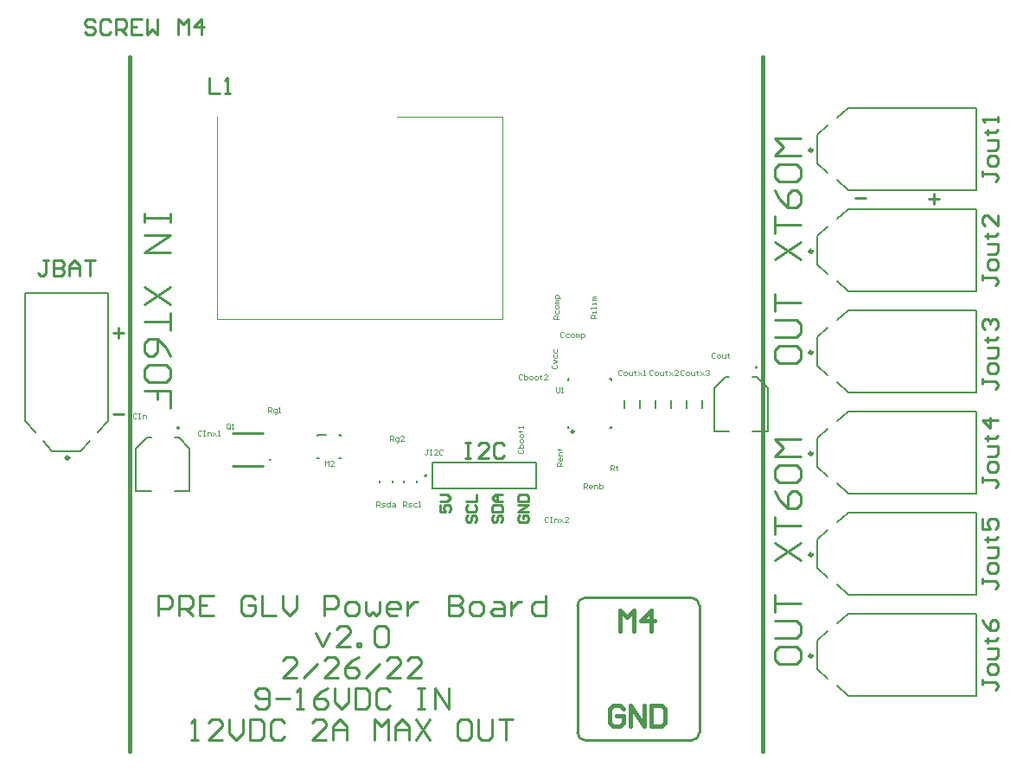
<source format=gto>
G04*
G04 #@! TF.GenerationSoftware,Altium Limited,Altium Designer,22.0.2 (36)*
G04*
G04 Layer_Color=65535*
%FSLAX25Y25*%
%MOIN*%
G70*
G04*
G04 #@! TF.SameCoordinates,2399AC83-C245-47A7-85CA-B2C80BF99C82*
G04*
G04*
G04 #@! TF.FilePolarity,Positive*
G04*
G01*
G75*
%ADD10C,0.01000*%
%ADD11C,0.01181*%
%ADD12C,0.00787*%
%ADD13C,0.00984*%
%ADD14C,0.00500*%
%ADD15C,0.01500*%
%ADD16C,0.00394*%
%ADD17C,0.00591*%
%ADD18C,0.00200*%
D10*
X286000Y110000D02*
G03*
X283000Y113000I-3000J0D01*
G01*
Y58000D02*
G03*
X286000Y61000I0J3000D01*
G01*
X242000Y113000D02*
G03*
X239000Y110000I0J-3000D01*
G01*
Y61000D02*
G03*
X242000Y58000I3000J0D01*
G01*
X120482Y166201D02*
G03*
X120482Y166201I-127J0D01*
G01*
X242000Y58000D02*
X283000D01*
X242000Y113000D02*
X283000D01*
X286000Y61000D02*
Y110000D01*
X239000Y61000D02*
Y110000D01*
X106063Y163961D02*
X117874D01*
X106063Y176362D02*
X117874D01*
X77358Y105988D02*
Y113985D01*
X81356D01*
X82689Y112652D01*
Y109986D01*
X81356Y108653D01*
X77358D01*
X85355Y105988D02*
Y113985D01*
X89354D01*
X90687Y112652D01*
Y109986D01*
X89354Y108653D01*
X85355D01*
X88021D02*
X90687Y105988D01*
X98684Y113985D02*
X93352D01*
Y105988D01*
X98684D01*
X93352Y109986D02*
X96018D01*
X114679Y112652D02*
X113346Y113985D01*
X110680D01*
X109347Y112652D01*
Y107320D01*
X110680Y105988D01*
X113346D01*
X114679Y107320D01*
Y109986D01*
X112013D01*
X117345Y113985D02*
Y105988D01*
X122676D01*
X125342Y113985D02*
Y108653D01*
X128008Y105988D01*
X130674Y108653D01*
Y113985D01*
X141337Y105988D02*
Y113985D01*
X145335D01*
X146668Y112652D01*
Y109986D01*
X145335Y108653D01*
X141337D01*
X150667Y105988D02*
X153333D01*
X154666Y107320D01*
Y109986D01*
X153333Y111319D01*
X150667D01*
X149334Y109986D01*
Y107320D01*
X150667Y105988D01*
X157332Y111319D02*
Y107320D01*
X158665Y105988D01*
X159997Y107320D01*
X161330Y105988D01*
X162663Y107320D01*
Y111319D01*
X169328Y105988D02*
X166662D01*
X165329Y107320D01*
Y109986D01*
X166662Y111319D01*
X169328D01*
X170661Y109986D01*
Y108653D01*
X165329D01*
X173326Y111319D02*
Y105988D01*
Y108653D01*
X174659Y109986D01*
X175992Y111319D01*
X177325D01*
X189321Y113985D02*
Y105988D01*
X193320D01*
X194653Y107320D01*
Y108653D01*
X193320Y109986D01*
X189321D01*
X193320D01*
X194653Y111319D01*
Y112652D01*
X193320Y113985D01*
X189321D01*
X198652Y105988D02*
X201317D01*
X202650Y107320D01*
Y109986D01*
X201317Y111319D01*
X198652D01*
X197319Y109986D01*
Y107320D01*
X198652Y105988D01*
X206649Y111319D02*
X209315D01*
X210648Y109986D01*
Y105988D01*
X206649D01*
X205316Y107320D01*
X206649Y108653D01*
X210648D01*
X213314Y111319D02*
Y105988D01*
Y108653D01*
X214646Y109986D01*
X215979Y111319D01*
X217312D01*
X226642Y113985D02*
Y105988D01*
X222644D01*
X221311Y107320D01*
Y109986D01*
X222644Y111319D01*
X226642D01*
X138005Y99322D02*
X140670Y93991D01*
X143336Y99322D01*
X151333Y93991D02*
X146002D01*
X151333Y99322D01*
Y100655D01*
X150001Y101988D01*
X147335D01*
X146002Y100655D01*
X153999Y93991D02*
Y95324D01*
X155332D01*
Y93991D01*
X153999D01*
X160664Y100655D02*
X161997Y101988D01*
X164663D01*
X165996Y100655D01*
Y95324D01*
X164663Y93991D01*
X161997D01*
X160664Y95324D01*
Y100655D01*
X130674Y81994D02*
X125342D01*
X130674Y87325D01*
Y88658D01*
X129341Y89991D01*
X126675D01*
X125342Y88658D01*
X133339Y81994D02*
X138671Y87325D01*
X146668Y81994D02*
X141337D01*
X146668Y87325D01*
Y88658D01*
X145335Y89991D01*
X142670D01*
X141337Y88658D01*
X154666Y89991D02*
X152000Y88658D01*
X149334Y85992D01*
Y83327D01*
X150667Y81994D01*
X153333D01*
X154666Y83327D01*
Y84660D01*
X153333Y85992D01*
X149334D01*
X157332Y81994D02*
X162663Y87325D01*
X170661Y81994D02*
X165329D01*
X170661Y87325D01*
Y88658D01*
X169328Y89991D01*
X166662D01*
X165329Y88658D01*
X178658Y81994D02*
X173326D01*
X178658Y87325D01*
Y88658D01*
X177325Y89991D01*
X174659D01*
X173326Y88658D01*
X114679Y71330D02*
X116012Y69997D01*
X118677D01*
X120010Y71330D01*
Y76661D01*
X118677Y77994D01*
X116012D01*
X114679Y76661D01*
Y75328D01*
X116012Y73996D01*
X120010D01*
X122676D02*
X128008D01*
X130674Y69997D02*
X133339D01*
X132007D01*
Y77994D01*
X130674Y76661D01*
X142670Y77994D02*
X140004Y76661D01*
X137338Y73996D01*
Y71330D01*
X138671Y69997D01*
X141337D01*
X142670Y71330D01*
Y72663D01*
X141337Y73996D01*
X137338D01*
X145335Y77994D02*
Y72663D01*
X148001Y69997D01*
X150667Y72663D01*
Y77994D01*
X153333D02*
Y69997D01*
X157332D01*
X158665Y71330D01*
Y76661D01*
X157332Y77994D01*
X153333D01*
X166662Y76661D02*
X165329Y77994D01*
X162663D01*
X161330Y76661D01*
Y71330D01*
X162663Y69997D01*
X165329D01*
X166662Y71330D01*
X177325Y77994D02*
X179991D01*
X178658D01*
Y69997D01*
X177325D01*
X179991D01*
X183990D02*
Y77994D01*
X189321Y69997D01*
Y77994D01*
X90020Y58000D02*
X92686D01*
X91353D01*
Y65997D01*
X90020Y64665D01*
X102016Y58000D02*
X96685D01*
X102016Y63332D01*
Y64665D01*
X100683Y65997D01*
X98018D01*
X96685Y64665D01*
X104682Y65997D02*
Y60666D01*
X107348Y58000D01*
X110014Y60666D01*
Y65997D01*
X112679D02*
Y58000D01*
X116678D01*
X118011Y59333D01*
Y64665D01*
X116678Y65997D01*
X112679D01*
X126008Y64665D02*
X124676Y65997D01*
X122010D01*
X120677Y64665D01*
Y59333D01*
X122010Y58000D01*
X124676D01*
X126008Y59333D01*
X142003Y58000D02*
X136672D01*
X142003Y63332D01*
Y64665D01*
X140670Y65997D01*
X138005D01*
X136672Y64665D01*
X144669Y58000D02*
Y63332D01*
X147335Y65997D01*
X150001Y63332D01*
Y58000D01*
Y61999D01*
X144669D01*
X160664Y58000D02*
Y65997D01*
X163330Y63332D01*
X165996Y65997D01*
Y58000D01*
X168661D02*
Y63332D01*
X171327Y65997D01*
X173993Y63332D01*
Y58000D01*
Y61999D01*
X168661D01*
X176659Y65997D02*
X181990Y58000D01*
Y65997D02*
X176659Y58000D01*
X196652Y65997D02*
X193986D01*
X192654Y64665D01*
Y59333D01*
X193986Y58000D01*
X196652D01*
X197985Y59333D01*
Y64665D01*
X196652Y65997D01*
X200651D02*
Y59333D01*
X201984Y58000D01*
X204650D01*
X205982Y59333D01*
Y65997D01*
X208648D02*
X213980D01*
X211314D01*
Y58000D01*
X374467Y266929D02*
X378466D01*
X376467Y268928D02*
Y264929D01*
X346000Y267000D02*
X349999D01*
X186001Y148666D02*
Y146000D01*
X188001D01*
X187334Y147333D01*
Y147999D01*
X188001Y148666D01*
X189333D01*
X190000Y147999D01*
Y146667D01*
X189333Y146000D01*
X186001Y149999D02*
X188667D01*
X190000Y151332D01*
X188667Y152664D01*
X186001D01*
X195874Y172982D02*
X197873D01*
X196874D01*
Y166984D01*
X195874D01*
X197873D01*
X204871D02*
X200872D01*
X204871Y170983D01*
Y171983D01*
X203871Y172982D01*
X201872D01*
X200872Y171983D01*
X210869D02*
X209869Y172982D01*
X207870D01*
X206870Y171983D01*
Y167984D01*
X207870Y166984D01*
X209869D01*
X210869Y167984D01*
X315074Y92487D02*
Y89154D01*
X316740Y87488D01*
X323405D01*
X325071Y89154D01*
Y92487D01*
X323405Y94153D01*
X316740D01*
X315074Y92487D01*
Y97485D02*
X323405D01*
X325071Y99151D01*
Y102483D01*
X323405Y104149D01*
X315074D01*
Y107482D02*
Y114146D01*
Y110814D01*
X325071D01*
X315074Y127475D02*
X325071Y134140D01*
X315074D02*
X325071Y127475D01*
X315074Y137472D02*
Y144137D01*
Y140804D01*
X325071D01*
X315074Y154133D02*
X316740Y150801D01*
X320072Y147469D01*
X323405D01*
X325071Y149135D01*
Y152467D01*
X323405Y154133D01*
X321739D01*
X320072Y152467D01*
Y147469D01*
X316740Y157466D02*
X315074Y159132D01*
Y162464D01*
X316740Y164130D01*
X323405D01*
X325071Y162464D01*
Y159132D01*
X323405Y157466D01*
X316740D01*
X325071Y167462D02*
X315074D01*
X318406Y170795D01*
X315074Y174127D01*
X325071D01*
X315003Y208487D02*
Y205154D01*
X316669Y203488D01*
X323334D01*
X325000Y205154D01*
Y208487D01*
X323334Y210153D01*
X316669D01*
X315003Y208487D01*
Y213485D02*
X323334D01*
X325000Y215151D01*
Y218483D01*
X323334Y220149D01*
X315003D01*
Y223482D02*
Y230146D01*
Y226814D01*
X325000D01*
X315003Y243475D02*
X325000Y250140D01*
X315003D02*
X325000Y243475D01*
X315003Y253472D02*
Y260137D01*
Y256804D01*
X325000D01*
X315003Y270133D02*
X316669Y266801D01*
X320002Y263469D01*
X323334D01*
X325000Y265135D01*
Y268467D01*
X323334Y270133D01*
X321668D01*
X320002Y268467D01*
Y263469D01*
X316669Y273466D02*
X315003Y275132D01*
Y278464D01*
X316669Y280130D01*
X323334D01*
X325000Y278464D01*
Y275132D01*
X323334Y273466D01*
X316669D01*
X325000Y283462D02*
X315003D01*
X318336Y286795D01*
X315003Y290127D01*
X325000D01*
X52999Y334998D02*
X51999Y335998D01*
X50000D01*
X49000Y334998D01*
Y333999D01*
X50000Y332999D01*
X51999D01*
X52999Y331999D01*
Y331000D01*
X51999Y330000D01*
X50000D01*
X49000Y331000D01*
X58997Y334998D02*
X57997Y335998D01*
X55998D01*
X54998Y334998D01*
Y331000D01*
X55998Y330000D01*
X57997D01*
X58997Y331000D01*
X60996Y330000D02*
Y335998D01*
X63995D01*
X64995Y334998D01*
Y332999D01*
X63995Y331999D01*
X60996D01*
X62995D02*
X64995Y330000D01*
X70993Y335998D02*
X66994D01*
Y330000D01*
X70993D01*
X66994Y332999D02*
X68994D01*
X72992Y335998D02*
Y330000D01*
X74992Y331999D01*
X76991Y330000D01*
Y335998D01*
X84988Y330000D02*
Y335998D01*
X86988Y333999D01*
X88987Y335998D01*
Y330000D01*
X93985D02*
Y335998D01*
X90986Y332999D01*
X94985D01*
X60000Y215013D02*
X63999D01*
X61999Y217012D02*
Y213014D01*
X60000Y183667D02*
X63999D01*
X81997Y261000D02*
Y257668D01*
Y259334D01*
X72000D01*
Y261000D01*
Y257668D01*
Y252669D02*
X81997D01*
X72000Y246005D01*
X81997D01*
Y232676D02*
X72000Y226011D01*
X81997D02*
X72000Y232676D01*
X81997Y222679D02*
Y216015D01*
Y219347D01*
X72000D01*
X81997Y206018D02*
X80331Y209350D01*
X76998Y212682D01*
X73666D01*
X72000Y211016D01*
Y207684D01*
X73666Y206018D01*
X75332D01*
X76998Y207684D01*
Y212682D01*
X80331Y202685D02*
X81997Y201019D01*
Y197687D01*
X80331Y196021D01*
X73666D01*
X72000Y197687D01*
Y201019D01*
X73666Y202685D01*
X80331D01*
X81997Y186024D02*
Y192689D01*
X76998D01*
Y189357D01*
Y192689D01*
X72000D01*
X216697Y144666D02*
X216030Y143999D01*
Y142666D01*
X216697Y142000D01*
X219363D01*
X220029Y142666D01*
Y143999D01*
X219363Y144666D01*
X218030D01*
Y143333D01*
X220029Y145999D02*
X216030D01*
X220029Y148664D01*
X216030D01*
Y149997D02*
X220029D01*
Y151997D01*
X219363Y152663D01*
X216697D01*
X216030Y151997D01*
Y149997D01*
X196775Y144666D02*
X196108Y143999D01*
Y142666D01*
X196775Y142000D01*
X197441D01*
X198108Y142666D01*
Y143999D01*
X198774Y144666D01*
X199441D01*
X200107Y143999D01*
Y142666D01*
X199441Y142000D01*
X196775Y148664D02*
X196108Y147998D01*
Y146665D01*
X196775Y145999D01*
X199441D01*
X200107Y146665D01*
Y147998D01*
X199441Y148664D01*
X196108Y149997D02*
X200107D01*
Y152663D01*
X206717Y144666D02*
X206051Y143999D01*
Y142666D01*
X206717Y142000D01*
X207384D01*
X208050Y142666D01*
Y143999D01*
X208717Y144666D01*
X209383D01*
X210050Y143999D01*
Y142666D01*
X209383Y142000D01*
X206051Y145999D02*
X210050D01*
Y147998D01*
X209383Y148664D01*
X206717D01*
X206051Y147998D01*
Y145999D01*
X210050Y149997D02*
X207384D01*
X206051Y151330D01*
X207384Y152663D01*
X210050D01*
X208050D01*
Y149997D01*
X395072Y81503D02*
Y79504D01*
Y80503D01*
X400070D01*
X401070Y79504D01*
Y78504D01*
X400070Y77504D01*
X401070Y84502D02*
Y86501D01*
X400070Y87501D01*
X398071D01*
X397071Y86501D01*
Y84502D01*
X398071Y83502D01*
X400070D01*
X401070Y84502D01*
X397071Y89500D02*
X400070D01*
X401070Y90500D01*
Y93499D01*
X397071D01*
X396072Y96498D02*
X397071D01*
Y95499D01*
Y97498D01*
Y96498D01*
X400070D01*
X401070Y97498D01*
X395072Y104496D02*
X396072Y102496D01*
X398071Y100497D01*
X400070D01*
X401070Y101497D01*
Y103496D01*
X400070Y104496D01*
X399071D01*
X398071Y103496D01*
Y100497D01*
X395072Y120503D02*
Y118504D01*
Y119503D01*
X400070D01*
X401070Y118504D01*
Y117504D01*
X400070Y116504D01*
X401070Y123502D02*
Y125501D01*
X400070Y126501D01*
X398071D01*
X397071Y125501D01*
Y123502D01*
X398071Y122502D01*
X400070D01*
X401070Y123502D01*
X397071Y128500D02*
X400070D01*
X401070Y129500D01*
Y132499D01*
X397071D01*
X396072Y135498D02*
X397071D01*
Y134499D01*
Y136498D01*
Y135498D01*
X400070D01*
X401070Y136498D01*
X395072Y143496D02*
Y139497D01*
X398071D01*
X397071Y141496D01*
Y142496D01*
X398071Y143496D01*
X400070D01*
X401070Y142496D01*
Y140497D01*
X400070Y139497D01*
X395072Y159503D02*
Y157504D01*
Y158503D01*
X400070D01*
X401070Y157504D01*
Y156504D01*
X400070Y155504D01*
X401070Y162502D02*
Y164501D01*
X400070Y165501D01*
X398071D01*
X397071Y164501D01*
Y162502D01*
X398071Y161502D01*
X400070D01*
X401070Y162502D01*
X397071Y167500D02*
X400070D01*
X401070Y168500D01*
Y171499D01*
X397071D01*
X396072Y174498D02*
X397071D01*
Y173498D01*
Y175498D01*
Y174498D01*
X400070D01*
X401070Y175498D01*
Y181496D02*
X395072D01*
X398071Y178497D01*
Y182496D01*
X395072Y197503D02*
Y195504D01*
Y196503D01*
X400070D01*
X401070Y195504D01*
Y194504D01*
X400070Y193504D01*
X401070Y200502D02*
Y202502D01*
X400070Y203501D01*
X398071D01*
X397071Y202502D01*
Y200502D01*
X398071Y199502D01*
X400070D01*
X401070Y200502D01*
X397071Y205501D02*
X400070D01*
X401070Y206500D01*
Y209499D01*
X397071D01*
X396072Y212498D02*
X397071D01*
Y211498D01*
Y213498D01*
Y212498D01*
X400070D01*
X401070Y213498D01*
X396072Y216497D02*
X395072Y217497D01*
Y219496D01*
X396072Y220496D01*
X397071D01*
X398071Y219496D01*
Y218496D01*
Y219496D01*
X399071Y220496D01*
X400070D01*
X401070Y219496D01*
Y217497D01*
X400070Y216497D01*
X395072Y237503D02*
Y235504D01*
Y236503D01*
X400070D01*
X401070Y235504D01*
Y234504D01*
X400070Y233504D01*
X401070Y240502D02*
Y242501D01*
X400070Y243501D01*
X398071D01*
X397071Y242501D01*
Y240502D01*
X398071Y239502D01*
X400070D01*
X401070Y240502D01*
X397071Y245500D02*
X400070D01*
X401070Y246500D01*
Y249499D01*
X397071D01*
X396072Y252498D02*
X397071D01*
Y251499D01*
Y253498D01*
Y252498D01*
X400070D01*
X401070Y253498D01*
Y260496D02*
Y256497D01*
X397071Y260496D01*
X396072D01*
X395072Y259496D01*
Y257497D01*
X396072Y256497D01*
X395072Y277503D02*
Y275503D01*
Y276503D01*
X400070D01*
X401070Y275503D01*
Y274504D01*
X400070Y273504D01*
X401070Y280502D02*
Y282501D01*
X400070Y283501D01*
X398071D01*
X397071Y282501D01*
Y280502D01*
X398071Y279502D01*
X400070D01*
X401070Y280502D01*
X397071Y285500D02*
X400070D01*
X401070Y286500D01*
Y289499D01*
X397071D01*
X396072Y292498D02*
X397071D01*
Y291498D01*
Y293498D01*
Y292498D01*
X400070D01*
X401070Y293498D01*
Y296497D02*
Y298496D01*
Y297496D01*
X395072D01*
X396072Y296497D01*
X35002Y242999D02*
X33003D01*
X34003D01*
Y238001D01*
X33003Y237001D01*
X32003D01*
X31004Y238001D01*
X37002Y242999D02*
Y237001D01*
X40001D01*
X41000Y238001D01*
Y239000D01*
X40001Y240000D01*
X37002D01*
X40001D01*
X41000Y241000D01*
Y241999D01*
X40001Y242999D01*
X37002D01*
X43000Y237001D02*
Y241000D01*
X44999Y242999D01*
X46998Y241000D01*
Y237001D01*
Y240000D01*
X43000D01*
X48998Y242999D02*
X52996D01*
X50997D01*
Y237001D01*
X97071Y313398D02*
Y307400D01*
X101069D01*
X103069D02*
X105068D01*
X104069D01*
Y313398D01*
X103069Y312398D01*
D11*
X329591Y168606D02*
G03*
X329591Y168606I-591J0D01*
G01*
X42984Y166929D02*
G03*
X42984Y166929I-591J0D01*
G01*
X329591Y207606D02*
G03*
X329591Y207606I-591J0D01*
G01*
Y285606D02*
G03*
X329591Y285606I-591J0D01*
G01*
Y246606D02*
G03*
X329591Y246606I-591J0D01*
G01*
Y129606D02*
G03*
X329591Y129606I-591J0D01*
G01*
Y90606D02*
G03*
X329591Y90606I-591J0D01*
G01*
D12*
X180905Y160000D02*
G03*
X180905Y160000I-394J0D01*
G01*
X85440Y178476D02*
G03*
X85440Y178476I-394J0D01*
G01*
X308312Y201724D02*
G03*
X308312Y201724I-394J0D01*
G01*
X183071Y155000D02*
X223071D01*
X183071Y165000D02*
X223071D01*
Y155000D02*
Y165000D01*
X183071Y155000D02*
Y165000D01*
X269007Y186158D02*
Y189283D01*
X275134Y186158D02*
Y189283D01*
X281007Y186185D02*
Y189311D01*
X287134Y186185D02*
Y189311D01*
X177034Y157559D02*
Y158131D01*
X172113Y157559D02*
Y158131D01*
X257007Y186185D02*
Y189311D01*
X263134Y186185D02*
Y189311D01*
X167733Y157559D02*
Y158131D01*
X162812Y157559D02*
Y158131D01*
X138705Y175575D02*
Y175969D01*
X142149D01*
X147169D02*
X147760D01*
Y175575D02*
Y175969D01*
X147169Y166913D02*
X147760D01*
Y167307D01*
X138705Y166913D02*
X139295D01*
X138705D02*
Y167307D01*
D13*
X237571Y177147D02*
G03*
X237571Y177147I-492J0D01*
G01*
D14*
X331559Y163488D02*
X335575Y159945D01*
X338921Y156992D02*
X343370Y153055D01*
X331559Y174512D02*
X335575Y178055D01*
X338921Y181008D02*
X343370Y184945D01*
X331559Y163488D02*
Y174512D01*
X343370Y153055D02*
X392583D01*
Y184945D01*
X343370D02*
X392583D01*
X47512Y169488D02*
X51055Y173504D01*
X54008Y176850D02*
X57945Y181299D01*
X32945Y173504D02*
X36488Y169488D01*
X26055Y181299D02*
X29992Y176850D01*
X36488Y169488D02*
X47512D01*
X57945Y181299D02*
Y230512D01*
X26055D02*
X57945D01*
X26055Y181299D02*
Y230512D01*
X331559Y202488D02*
X335575Y198945D01*
X338921Y195992D02*
X343370Y192055D01*
X331559Y213512D02*
X335575Y217055D01*
X338921Y220008D02*
X343370Y223945D01*
X331559Y202488D02*
Y213512D01*
X343370Y192055D02*
X392583D01*
Y223945D01*
X343370D02*
X392583D01*
X331559Y280488D02*
X335575Y276945D01*
X338921Y273992D02*
X343370Y270055D01*
X331559Y291512D02*
X335575Y295055D01*
X338921Y298008D02*
X343370Y301945D01*
X331559Y280488D02*
Y291512D01*
X343370Y270055D02*
X392583D01*
Y301945D01*
X343370D02*
X392583D01*
X331559Y241488D02*
X335575Y237945D01*
X338921Y234992D02*
X343370Y231055D01*
X331559Y252512D02*
X335575Y256055D01*
X338921Y259008D02*
X343370Y262945D01*
X331559Y241488D02*
Y252512D01*
X343370Y231055D02*
X392583D01*
Y262945D01*
X343370D02*
X392583D01*
X331559Y124488D02*
X335575Y120945D01*
X338921Y117992D02*
X343370Y114055D01*
X331559Y135512D02*
X335575Y139055D01*
X338921Y142008D02*
X343370Y145945D01*
X331559Y124488D02*
Y135512D01*
X343370Y114055D02*
X392583D01*
Y145945D01*
X343370D02*
X392583D01*
X331559Y85488D02*
X335575Y81945D01*
X338921Y78992D02*
X343370Y75055D01*
X331559Y96512D02*
X335575Y100055D01*
X338921Y103008D02*
X343370Y106945D01*
X331559Y85488D02*
Y96512D01*
X343370Y75055D02*
X392583D01*
Y106945D01*
X343370D02*
X392583D01*
X83668Y174933D02*
X85243D01*
X89574Y170602D01*
Y154067D02*
Y170602D01*
X83668Y154067D02*
X89574D01*
X73038Y174933D02*
X74613D01*
X68708Y170602D02*
X73038Y174933D01*
X68708Y154067D02*
Y170602D01*
Y154067D02*
X74613D01*
X306541Y198181D02*
X308116D01*
X312446Y193850D01*
Y177315D02*
Y193850D01*
X306541Y177315D02*
X312446D01*
X295911Y198181D02*
X297486D01*
X291580Y193850D02*
X295911Y198181D01*
X291580Y177315D02*
Y193850D01*
Y177315D02*
X297486D01*
D15*
X310262Y321378D02*
X310262Y53661D01*
X66375D02*
X66375Y321378D01*
X256668Y70165D02*
X255335Y71497D01*
X252670D01*
X251337Y70165D01*
Y64833D01*
X252670Y63500D01*
X255335D01*
X256668Y64833D01*
Y67499D01*
X254003D01*
X259334Y63500D02*
Y71497D01*
X264666Y63500D01*
Y71497D01*
X267332D02*
Y63500D01*
X271330D01*
X272663Y64833D01*
Y70165D01*
X271330Y71497D01*
X267332D01*
X255335Y100311D02*
Y108309D01*
X258001Y105643D01*
X260667Y108309D01*
Y100311D01*
X267332D02*
Y108309D01*
X263333Y104310D01*
X268665D01*
D16*
X100169Y220543D02*
X210012D01*
X210209Y298492D01*
X100169Y220543D02*
Y298492D01*
X169264D02*
X210209D01*
D17*
X251400Y178624D02*
X251990D01*
Y179214D01*
X235258Y178624D02*
X235848D01*
X235258D02*
Y179214D01*
X251400Y197325D02*
X251990D01*
Y196734D02*
Y197325D01*
X235258Y196734D02*
Y197325D01*
X235848D01*
D18*
X105071Y178334D02*
Y179666D01*
X104738Y180000D01*
X104071D01*
X103738Y179666D01*
Y178334D01*
X104071Y178000D01*
X104738D01*
X104404Y178667D02*
X105071Y178000D01*
X104738D02*
X105071Y178334D01*
X105737Y178000D02*
X106404D01*
X106070D01*
Y180000D01*
X105737Y179666D01*
X230738Y194000D02*
Y192334D01*
X231071Y192000D01*
X231738D01*
X232071Y192334D01*
Y194000D01*
X232737Y192000D02*
X233404D01*
X233070D01*
Y194000D01*
X232737Y193667D01*
X251738Y162000D02*
Y164000D01*
X252738D01*
X253071Y163666D01*
Y163000D01*
X252738Y162667D01*
X251738D01*
X252404D02*
X253071Y162000D01*
X254070Y163666D02*
Y163333D01*
X253737D01*
X254404D01*
X254070D01*
Y162334D01*
X254404Y162000D01*
X161405Y148000D02*
Y150000D01*
X162405D01*
X162738Y149667D01*
Y149000D01*
X162405Y148667D01*
X161405D01*
X162072D02*
X162738Y148000D01*
X163405D02*
X164404D01*
X164738Y148334D01*
X164404Y148667D01*
X163738D01*
X163405Y149000D01*
X163738Y149333D01*
X164738D01*
X166737Y150000D02*
Y148000D01*
X165737D01*
X165404Y148334D01*
Y149000D01*
X165737Y149333D01*
X166737D01*
X167737D02*
X168403D01*
X168736Y149000D01*
Y148000D01*
X167737D01*
X167403Y148334D01*
X167737Y148667D01*
X168736D01*
X171739Y148000D02*
Y150000D01*
X172738D01*
X173072Y149667D01*
Y149000D01*
X172738Y148667D01*
X171739D01*
X172405D02*
X173072Y148000D01*
X173738D02*
X174738D01*
X175071Y148334D01*
X174738Y148667D01*
X174071D01*
X173738Y149000D01*
X174071Y149333D01*
X175071D01*
X177070D02*
X176070D01*
X175737Y149000D01*
Y148334D01*
X176070Y148000D01*
X177070D01*
X177737D02*
X178403D01*
X178070D01*
Y150000D01*
X177737D01*
X246071Y220835D02*
X244071D01*
Y221834D01*
X244404Y222168D01*
X245071D01*
X245404Y221834D01*
Y220835D01*
Y221501D02*
X246071Y222168D01*
Y222834D02*
Y223500D01*
Y223167D01*
X244738D01*
Y222834D01*
X246071Y224500D02*
Y225167D01*
Y224833D01*
X244071D01*
Y224500D01*
X246071Y226166D02*
Y226833D01*
Y226500D01*
X244738D01*
Y226166D01*
X246071Y227832D02*
X244738D01*
Y228166D01*
X245071Y228499D01*
X246071D01*
X245071D01*
X244738Y228832D01*
X245071Y229165D01*
X246071D01*
X166846Y173334D02*
Y175333D01*
X167846D01*
X168179Y175000D01*
Y174333D01*
X167846Y174000D01*
X166846D01*
X167512D02*
X168179Y173334D01*
X169512Y172667D02*
X169845D01*
X170178Y173000D01*
Y174667D01*
X169178D01*
X168845Y174333D01*
Y173667D01*
X169178Y173334D01*
X170178D01*
X172178D02*
X170845D01*
X172178Y174667D01*
Y175000D01*
X171844Y175333D01*
X171178D01*
X170845Y175000D01*
X119738Y184334D02*
Y186333D01*
X120738D01*
X121071Y186000D01*
Y185333D01*
X120738Y185000D01*
X119738D01*
X120405D02*
X121071Y184334D01*
X122404Y183667D02*
X122737D01*
X123071Y184000D01*
Y185667D01*
X122071D01*
X121738Y185333D01*
Y184667D01*
X122071Y184334D01*
X123071D01*
X123737D02*
X124403D01*
X124070D01*
Y186333D01*
X123737Y186000D01*
X233070Y163668D02*
X231071D01*
Y164667D01*
X231404Y165001D01*
X232071D01*
X232404Y164667D01*
Y163668D01*
Y164334D02*
X233070Y165001D01*
Y166667D02*
Y166000D01*
X232737Y165667D01*
X232071D01*
X231738Y166000D01*
Y166667D01*
X232071Y167000D01*
X232404D01*
Y165667D01*
X233070Y167666D02*
X231738D01*
Y168666D01*
X232071Y168999D01*
X233070D01*
X231404Y169999D02*
X231738D01*
Y169666D01*
Y170332D01*
Y169999D01*
X232737D01*
X233070Y170332D01*
X241405Y155000D02*
Y157000D01*
X242405D01*
X242738Y156667D01*
Y156000D01*
X242405Y155667D01*
X241405D01*
X242072D02*
X242738Y155000D01*
X244404D02*
X243738D01*
X243405Y155334D01*
Y156000D01*
X243738Y156333D01*
X244404D01*
X244738Y156000D01*
Y155667D01*
X243405D01*
X245404Y155000D02*
Y156333D01*
X246404D01*
X246737Y156000D01*
Y155000D01*
X247403Y157000D02*
Y155000D01*
X248403D01*
X248736Y155334D01*
Y155667D01*
Y156000D01*
X248403Y156333D01*
X247403D01*
X231737Y220335D02*
X229738D01*
Y221335D01*
X230071Y221668D01*
X230738D01*
X231071Y221335D01*
Y220335D01*
Y221001D02*
X231737Y221668D01*
X230404Y223667D02*
Y222667D01*
X230738Y222334D01*
X231404D01*
X231737Y222667D01*
Y223667D01*
Y224667D02*
Y225333D01*
X231404Y225666D01*
X230738D01*
X230404Y225333D01*
Y224667D01*
X230738Y224334D01*
X231404D01*
X231737Y224667D01*
Y226333D02*
X230404D01*
Y226666D01*
X230738Y226999D01*
X231737D01*
X230738D01*
X230404Y227333D01*
X230738Y227666D01*
X231737D01*
X232404Y228332D02*
X230404D01*
Y229332D01*
X230738Y229665D01*
X231404D01*
X231737Y229332D01*
Y228332D01*
X141905Y163882D02*
Y165882D01*
X142571Y165215D01*
X143238Y165882D01*
Y163882D01*
X145237D02*
X143904D01*
X145237Y165215D01*
Y165548D01*
X144904Y165882D01*
X144237D01*
X143904Y165548D01*
X181304Y170299D02*
X180637D01*
X180971D01*
Y168633D01*
X180637Y168300D01*
X180304D01*
X179971Y168633D01*
X181970Y170299D02*
X182637D01*
X182303D01*
Y168300D01*
X181970D01*
X182637D01*
X184969D02*
X183636D01*
X184969Y169633D01*
Y169966D01*
X184636Y170299D01*
X183969D01*
X183636Y169966D01*
X186969D02*
X186635Y170299D01*
X185969D01*
X185636Y169966D01*
Y168633D01*
X185969Y168300D01*
X186635D01*
X186969Y168633D01*
X229404Y202667D02*
X229071Y202334D01*
Y201668D01*
X229404Y201335D01*
X230737D01*
X231070Y201668D01*
Y202334D01*
X230737Y202667D01*
X229738Y203334D02*
X231070Y204000D01*
X229738Y204667D01*
Y206666D02*
Y205666D01*
X230071Y205333D01*
X230737D01*
X231070Y205666D01*
Y206666D01*
X229738Y208665D02*
Y207666D01*
X230071Y207333D01*
X230737D01*
X231070Y207666D01*
Y208665D01*
X280204Y200466D02*
X279871Y200799D01*
X279204D01*
X278871Y200466D01*
Y199133D01*
X279204Y198800D01*
X279871D01*
X280204Y199133D01*
X281203Y198800D02*
X281870D01*
X282203Y199133D01*
Y199800D01*
X281870Y200133D01*
X281203D01*
X280870Y199800D01*
Y199133D01*
X281203Y198800D01*
X282870Y200133D02*
Y199133D01*
X283203Y198800D01*
X284202D01*
Y200133D01*
X285202Y200466D02*
Y200133D01*
X284869D01*
X285535D01*
X285202D01*
Y199133D01*
X285535Y198800D01*
X286535Y200133D02*
X287868Y198800D01*
X287201Y199467D01*
X287868Y200133D01*
X286535Y198800D01*
X288534Y200466D02*
X288868Y200799D01*
X289534D01*
X289867Y200466D01*
Y200133D01*
X289534Y199800D01*
X289201D01*
X289534D01*
X289867Y199467D01*
Y199133D01*
X289534Y198800D01*
X288868D01*
X288534Y199133D01*
X268204Y200466D02*
X267870Y200799D01*
X267204D01*
X266871Y200466D01*
Y199133D01*
X267204Y198800D01*
X267870D01*
X268204Y199133D01*
X269203Y198800D02*
X269870D01*
X270203Y199133D01*
Y199800D01*
X269870Y200133D01*
X269203D01*
X268870Y199800D01*
Y199133D01*
X269203Y198800D01*
X270869Y200133D02*
Y199133D01*
X271203Y198800D01*
X272202D01*
Y200133D01*
X273202Y200466D02*
Y200133D01*
X272869D01*
X273535D01*
X273202D01*
Y199133D01*
X273535Y198800D01*
X274535Y200133D02*
X275868Y198800D01*
X275202Y199467D01*
X275868Y200133D01*
X274535Y198800D01*
X277867D02*
X276534D01*
X277867Y200133D01*
Y200466D01*
X277534Y200799D01*
X276868D01*
X276534Y200466D01*
X256204D02*
X255871Y200799D01*
X255204D01*
X254871Y200466D01*
Y199133D01*
X255204Y198800D01*
X255871D01*
X256204Y199133D01*
X257203Y198800D02*
X257870D01*
X258203Y199133D01*
Y199800D01*
X257870Y200133D01*
X257203D01*
X256870Y199800D01*
Y199133D01*
X257203Y198800D01*
X258870Y200133D02*
Y199133D01*
X259203Y198800D01*
X260202D01*
Y200133D01*
X261202Y200466D02*
Y200133D01*
X260869D01*
X261535D01*
X261202D01*
Y199133D01*
X261535Y198800D01*
X262535Y200133D02*
X263868Y198800D01*
X263201Y199467D01*
X263868Y200133D01*
X262535Y198800D01*
X264534D02*
X265201D01*
X264868D01*
Y200799D01*
X264534Y200466D01*
X292004Y207266D02*
X291670Y207599D01*
X291004D01*
X290671Y207266D01*
Y205933D01*
X291004Y205600D01*
X291670D01*
X292004Y205933D01*
X293003Y205600D02*
X293670D01*
X294003Y205933D01*
Y206600D01*
X293670Y206933D01*
X293003D01*
X292670Y206600D01*
Y205933D01*
X293003Y205600D01*
X294670Y206933D02*
Y205933D01*
X295003Y205600D01*
X296002D01*
Y206933D01*
X297002Y207266D02*
Y206933D01*
X296669D01*
X297335D01*
X297002D01*
Y205933D01*
X297335Y205600D01*
X227905Y143667D02*
X227572Y144000D01*
X226905D01*
X226572Y143667D01*
Y142334D01*
X226905Y142000D01*
X227572D01*
X227905Y142334D01*
X228572Y144000D02*
X229238D01*
X228905D01*
Y142000D01*
X228572D01*
X229238D01*
X230238D02*
Y143333D01*
X231237D01*
X231571Y143000D01*
Y142000D01*
X232237Y143333D02*
X233570Y142000D01*
X232904Y142667D01*
X233570Y143333D01*
X232237Y142000D01*
X235569D02*
X234237D01*
X235569Y143333D01*
Y143667D01*
X235236Y144000D01*
X234570D01*
X234237Y143667D01*
X94204Y177166D02*
X93871Y177499D01*
X93204D01*
X92871Y177166D01*
Y175833D01*
X93204Y175500D01*
X93871D01*
X94204Y175833D01*
X94870Y177499D02*
X95537D01*
X95203D01*
Y175500D01*
X94870D01*
X95537D01*
X96536D02*
Y176833D01*
X97536D01*
X97869Y176500D01*
Y175500D01*
X98536Y176833D02*
X99869Y175500D01*
X99202Y176166D01*
X99869Y176833D01*
X98536Y175500D01*
X100535D02*
X101201D01*
X100868D01*
Y177499D01*
X100535Y177166D01*
X69204Y183966D02*
X68871Y184299D01*
X68204D01*
X67871Y183966D01*
Y182633D01*
X68204Y182300D01*
X68871D01*
X69204Y182633D01*
X69870Y184299D02*
X70537D01*
X70203D01*
Y182300D01*
X69870D01*
X70537D01*
X71536D02*
Y183633D01*
X72536D01*
X72869Y183300D01*
Y182300D01*
X233739Y215000D02*
X233405Y215333D01*
X232739D01*
X232406Y215000D01*
Y213667D01*
X232739Y213334D01*
X233405D01*
X233739Y213667D01*
X235738Y214666D02*
X234738D01*
X234405Y214333D01*
Y213667D01*
X234738Y213334D01*
X235738D01*
X236738D02*
X237404D01*
X237737Y213667D01*
Y214333D01*
X237404Y214666D01*
X236738D01*
X236404Y214333D01*
Y213667D01*
X236738Y213334D01*
X238404D02*
Y214666D01*
X238737D01*
X239070Y214333D01*
Y213334D01*
Y214333D01*
X239403Y214666D01*
X239737Y214333D01*
Y213334D01*
X240403Y212667D02*
Y214666D01*
X241403D01*
X241736Y214333D01*
Y213667D01*
X241403Y213334D01*
X240403D01*
X217905Y198667D02*
X217572Y199000D01*
X216906D01*
X216573Y198667D01*
Y197334D01*
X216906Y197000D01*
X217572D01*
X217905Y197334D01*
X218572Y199000D02*
Y197000D01*
X219572D01*
X219905Y197334D01*
Y197667D01*
Y198000D01*
X219572Y198333D01*
X218572D01*
X220904Y197000D02*
X221571D01*
X221904Y197334D01*
Y198000D01*
X221571Y198333D01*
X220904D01*
X220571Y198000D01*
Y197334D01*
X220904Y197000D01*
X222904D02*
X223570D01*
X223904Y197334D01*
Y198000D01*
X223570Y198333D01*
X222904D01*
X222571Y198000D01*
Y197334D01*
X222904Y197000D01*
X224903Y198667D02*
Y198333D01*
X224570D01*
X225237D01*
X224903D01*
Y197334D01*
X225237Y197000D01*
X227569D02*
X226236D01*
X227569Y198333D01*
Y198667D01*
X227236Y199000D01*
X226569D01*
X226236Y198667D01*
X216404Y170168D02*
X216071Y169835D01*
Y169168D01*
X216404Y168835D01*
X217737D01*
X218071Y169168D01*
Y169835D01*
X217737Y170168D01*
X216071Y170834D02*
X218071D01*
Y171834D01*
X217737Y172167D01*
X217404D01*
X217071D01*
X216738Y171834D01*
Y170834D01*
X218071Y173167D02*
Y173833D01*
X217737Y174167D01*
X217071D01*
X216738Y173833D01*
Y173167D01*
X217071Y172834D01*
X217737D01*
X218071Y173167D01*
Y175166D02*
Y175833D01*
X217737Y176166D01*
X217071D01*
X216738Y175833D01*
Y175166D01*
X217071Y174833D01*
X217737D01*
X218071Y175166D01*
X216404Y177166D02*
X216738D01*
Y176832D01*
Y177499D01*
Y177166D01*
X217737D01*
X218071Y177499D01*
Y178499D02*
Y179165D01*
Y178832D01*
X216071D01*
X216404Y178499D01*
M02*

</source>
